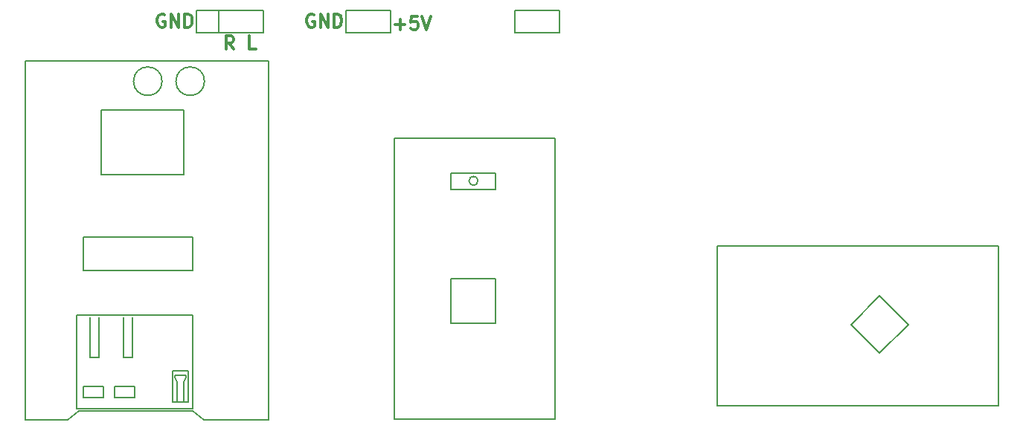
<source format=gto>
G04 (created by PCBNEW (2013-07-07 BZR 4022)-stable) date 16/12/2014 09:46:14*
%MOIN*%
G04 Gerber Fmt 3.4, Leading zero omitted, Abs format*
%FSLAX34Y34*%
G01*
G70*
G90*
G04 APERTURE LIST*
%ADD10C,0.00590551*%
%ADD11C,0.011811*%
%ADD12C,0.006*%
G04 APERTURE END LIST*
G54D10*
G54D11*
X40382Y-21569D02*
X40832Y-21569D01*
X40607Y-21794D02*
X40607Y-21344D01*
X41394Y-21203D02*
X41113Y-21203D01*
X41085Y-21484D01*
X41113Y-21456D01*
X41169Y-21428D01*
X41310Y-21428D01*
X41366Y-21456D01*
X41394Y-21484D01*
X41422Y-21541D01*
X41422Y-21681D01*
X41394Y-21737D01*
X41366Y-21766D01*
X41310Y-21794D01*
X41169Y-21794D01*
X41113Y-21766D01*
X41085Y-21737D01*
X41591Y-21203D02*
X41788Y-21794D01*
X41985Y-21203D01*
X36754Y-21133D02*
X36698Y-21105D01*
X36614Y-21105D01*
X36529Y-21133D01*
X36473Y-21189D01*
X36445Y-21245D01*
X36417Y-21358D01*
X36417Y-21442D01*
X36445Y-21555D01*
X36473Y-21611D01*
X36529Y-21667D01*
X36614Y-21695D01*
X36670Y-21695D01*
X36754Y-21667D01*
X36782Y-21639D01*
X36782Y-21442D01*
X36670Y-21442D01*
X37035Y-21695D02*
X37035Y-21105D01*
X37373Y-21695D01*
X37373Y-21105D01*
X37654Y-21695D02*
X37654Y-21105D01*
X37795Y-21105D01*
X37879Y-21133D01*
X37935Y-21189D01*
X37964Y-21245D01*
X37992Y-21358D01*
X37992Y-21442D01*
X37964Y-21555D01*
X37935Y-21611D01*
X37879Y-21667D01*
X37795Y-21695D01*
X37654Y-21695D01*
X33155Y-22679D02*
X32958Y-22398D01*
X32817Y-22679D02*
X32817Y-22089D01*
X33042Y-22089D01*
X33098Y-22117D01*
X33127Y-22145D01*
X33155Y-22201D01*
X33155Y-22286D01*
X33127Y-22342D01*
X33098Y-22370D01*
X33042Y-22398D01*
X32817Y-22398D01*
X34139Y-22679D02*
X33858Y-22679D01*
X33858Y-22089D01*
X30061Y-21133D02*
X30005Y-21105D01*
X29921Y-21105D01*
X29836Y-21133D01*
X29780Y-21189D01*
X29752Y-21245D01*
X29724Y-21358D01*
X29724Y-21442D01*
X29752Y-21555D01*
X29780Y-21611D01*
X29836Y-21667D01*
X29921Y-21695D01*
X29977Y-21695D01*
X30061Y-21667D01*
X30089Y-21639D01*
X30089Y-21442D01*
X29977Y-21442D01*
X30343Y-21695D02*
X30343Y-21105D01*
X30680Y-21695D01*
X30680Y-21105D01*
X30961Y-21695D02*
X30961Y-21105D01*
X31102Y-21105D01*
X31186Y-21133D01*
X31242Y-21189D01*
X31271Y-21245D01*
X31299Y-21358D01*
X31299Y-21442D01*
X31271Y-21555D01*
X31242Y-21611D01*
X31186Y-21667D01*
X31102Y-21695D01*
X30961Y-21695D01*
G54D10*
X44097Y-28588D02*
G75*
G03X44097Y-28588I-200J0D01*
G74*
G01*
X42897Y-28988D02*
X44897Y-28988D01*
X44897Y-28988D02*
X44897Y-28238D01*
X44897Y-28238D02*
X42897Y-28238D01*
X42897Y-28238D02*
X42897Y-28988D01*
X43897Y-34988D02*
X42897Y-34988D01*
X42897Y-34988D02*
X42897Y-32988D01*
X42897Y-32988D02*
X44897Y-32988D01*
X44897Y-32988D02*
X44897Y-34988D01*
X44897Y-34988D02*
X43897Y-34988D01*
X40354Y-39271D02*
X47539Y-39271D01*
X47539Y-39271D02*
X47539Y-26673D01*
X47539Y-26673D02*
X40354Y-26673D01*
X40354Y-26673D02*
X40354Y-39271D01*
G54D12*
X34472Y-20956D02*
X34472Y-21956D01*
X34472Y-21956D02*
X31472Y-21956D01*
X31472Y-21956D02*
X31472Y-20956D01*
X31472Y-20956D02*
X34472Y-20956D01*
X32472Y-21956D02*
X32472Y-20956D01*
G54D10*
X31846Y-24120D02*
G75*
G03X31846Y-24120I-640J0D01*
G74*
G01*
X29946Y-24120D02*
G75*
G03X29946Y-24120I-640J0D01*
G74*
G01*
X27206Y-25420D02*
X27206Y-28320D01*
X27206Y-28320D02*
X30906Y-28320D01*
X30906Y-28320D02*
X30906Y-25420D01*
X30906Y-25420D02*
X27206Y-25420D01*
X26406Y-31120D02*
X26406Y-32620D01*
X26406Y-32620D02*
X31306Y-32620D01*
X31306Y-32620D02*
X31306Y-31120D01*
X31306Y-31120D02*
X26406Y-31120D01*
X31806Y-39320D02*
X34706Y-39320D01*
X25706Y-39320D02*
X23806Y-39320D01*
X30606Y-38520D02*
X30606Y-37620D01*
X30606Y-37620D02*
X30506Y-37420D01*
X30506Y-37420D02*
X30506Y-37320D01*
X30506Y-37320D02*
X31006Y-37320D01*
X31006Y-37320D02*
X31006Y-37420D01*
X31006Y-37420D02*
X30906Y-37620D01*
X30906Y-37620D02*
X30906Y-38520D01*
X30406Y-37120D02*
X30406Y-38520D01*
X30406Y-38520D02*
X31106Y-38520D01*
X31106Y-38520D02*
X31106Y-37120D01*
X31106Y-37120D02*
X30406Y-37120D01*
X27806Y-37820D02*
X27806Y-38320D01*
X27806Y-38320D02*
X28706Y-38320D01*
X28706Y-38320D02*
X28706Y-37820D01*
X28706Y-37820D02*
X27806Y-37820D01*
X26406Y-37820D02*
X26406Y-38320D01*
X26406Y-38320D02*
X27306Y-38320D01*
X27306Y-38320D02*
X27306Y-37820D01*
X27306Y-37820D02*
X26406Y-37820D01*
X28206Y-34720D02*
X28206Y-36520D01*
X28206Y-36520D02*
X28606Y-36520D01*
X28606Y-36520D02*
X28606Y-34720D01*
X26706Y-34720D02*
X26706Y-36520D01*
X26706Y-36520D02*
X27106Y-36520D01*
X27106Y-36520D02*
X27106Y-34720D01*
X26106Y-35420D02*
X26106Y-38820D01*
X26106Y-38820D02*
X31306Y-38820D01*
X31306Y-38820D02*
X31306Y-34620D01*
X31306Y-34620D02*
X26106Y-34620D01*
X26106Y-34620D02*
X26106Y-35420D01*
X25706Y-39320D02*
X26206Y-38920D01*
X26206Y-38920D02*
X31306Y-38920D01*
X31306Y-38920D02*
X31806Y-39320D01*
X23806Y-23220D02*
X34706Y-23220D01*
X34706Y-23220D02*
X34706Y-39320D01*
X23806Y-39320D02*
X23806Y-23220D01*
G54D12*
X40173Y-20956D02*
X40173Y-21956D01*
X40173Y-21956D02*
X38173Y-21956D01*
X38173Y-21956D02*
X38173Y-20956D01*
X38173Y-20956D02*
X40173Y-20956D01*
X45751Y-21956D02*
X45751Y-20956D01*
X45751Y-20956D02*
X47751Y-20956D01*
X47751Y-20956D02*
X47751Y-21956D01*
X47751Y-21956D02*
X45751Y-21956D01*
G54D10*
X60820Y-35040D02*
X62100Y-33760D01*
X62100Y-33760D02*
X63379Y-35040D01*
X63379Y-35040D02*
X62100Y-36319D01*
X62100Y-36319D02*
X60820Y-35040D01*
X54816Y-31496D02*
X54816Y-38681D01*
X54816Y-38681D02*
X67414Y-38681D01*
X67414Y-38681D02*
X67414Y-31496D01*
X67414Y-31496D02*
X54816Y-31496D01*
M02*

</source>
